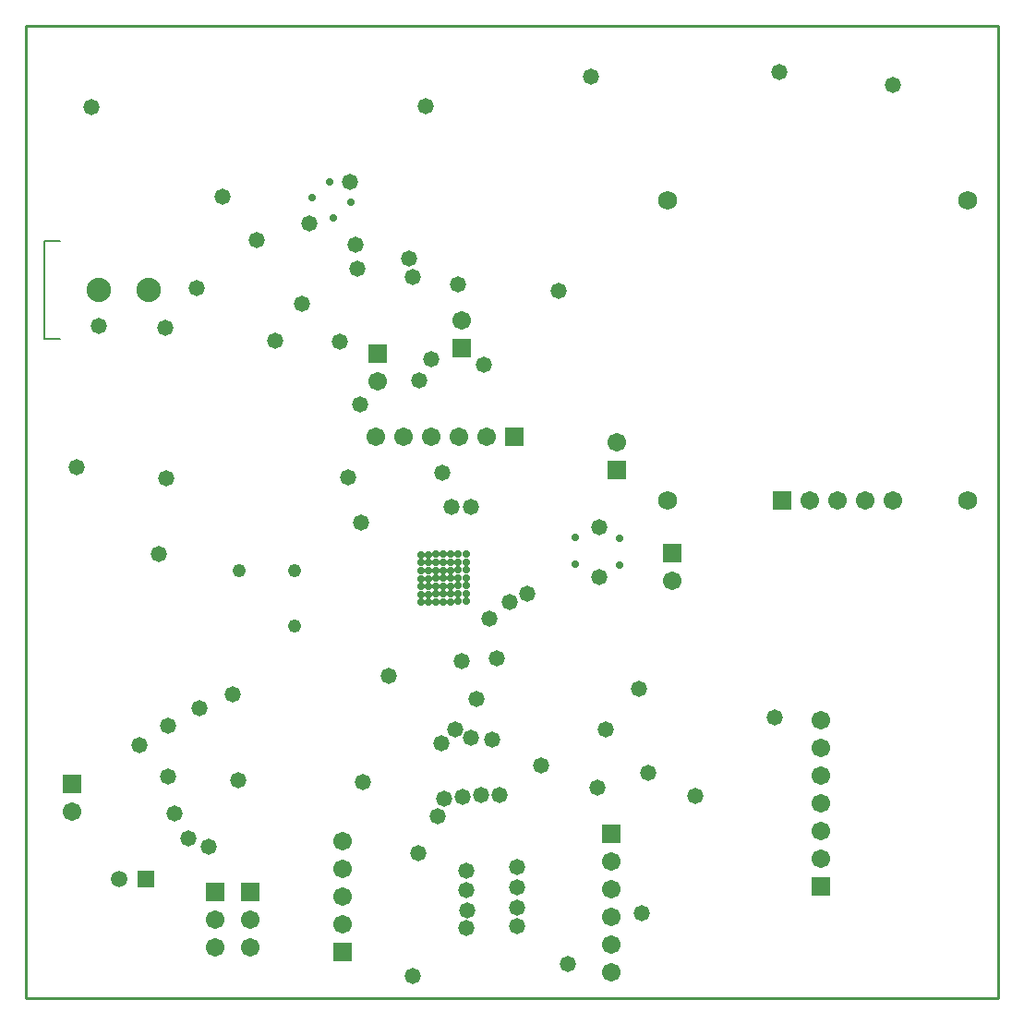
<source format=gbs>
G04 Layer_Color=16711935*
%FSLAX25Y25*%
%MOIN*%
G70*
G01*
G75*
%ADD44C,0.01000*%
%ADD47C,0.00800*%
%ADD97C,0.08800*%
%ADD98C,0.06706*%
%ADD99R,0.06706X0.06706*%
%ADD100C,0.06800*%
%ADD101C,0.05950*%
%ADD102R,0.05950X0.05950*%
%ADD103C,0.04800*%
%ADD104R,0.06706X0.06706*%
%ADD105C,0.02800*%
%ADD106C,0.05800*%
D44*
X450500Y400D02*
Y351500D01*
X99500Y400D02*
X450500D01*
X99500Y351500D02*
X450500D01*
X99500Y400D02*
Y351500D01*
D47*
X106115Y238283D02*
X112020D01*
X106115Y273717D02*
X112020D01*
X106115Y238283D02*
Y273717D01*
D97*
X143800Y256000D02*
D03*
X125800D02*
D03*
D98*
X386400Y60700D02*
D03*
Y50700D02*
D03*
Y70700D02*
D03*
Y80700D02*
D03*
Y90700D02*
D03*
Y100700D02*
D03*
X313000Y201200D02*
D03*
X257000Y245000D02*
D03*
X332776Y151181D02*
D03*
X310900Y9800D02*
D03*
Y19800D02*
D03*
Y29800D02*
D03*
Y39800D02*
D03*
Y49800D02*
D03*
X180600Y18700D02*
D03*
Y28700D02*
D03*
X167700Y18700D02*
D03*
Y28700D02*
D03*
X412400Y180020D02*
D03*
X402400D02*
D03*
X392400D02*
D03*
X382400D02*
D03*
X213900Y27000D02*
D03*
Y37000D02*
D03*
Y47000D02*
D03*
Y57000D02*
D03*
X226000Y203000D02*
D03*
X236000D02*
D03*
X246000D02*
D03*
X256000D02*
D03*
X266000D02*
D03*
X226500Y223000D02*
D03*
X116300Y67700D02*
D03*
D99*
X386400Y40700D02*
D03*
X313000Y191200D02*
D03*
X257000Y235000D02*
D03*
X332776Y161181D02*
D03*
X310900Y59800D02*
D03*
X180600Y38700D02*
D03*
X167700D02*
D03*
X213900Y17000D02*
D03*
X226500Y233000D02*
D03*
X116300Y77700D02*
D03*
D100*
X331299Y180020D02*
D03*
Y288287D02*
D03*
X439567D02*
D03*
Y180020D02*
D03*
D101*
X133057Y43500D02*
D03*
D102*
X142900D02*
D03*
D103*
X176600Y154900D02*
D03*
X196600D02*
D03*
Y134900D02*
D03*
D104*
X372400Y180020D02*
D03*
X276000Y203000D02*
D03*
D105*
X242300Y143400D02*
D03*
Y146200D02*
D03*
Y151900D02*
D03*
Y149100D02*
D03*
Y157700D02*
D03*
Y160500D02*
D03*
Y154800D02*
D03*
X244800Y143400D02*
D03*
Y146200D02*
D03*
Y151900D02*
D03*
Y149100D02*
D03*
Y157700D02*
D03*
Y160500D02*
D03*
Y154800D02*
D03*
X247400Y143500D02*
D03*
Y146300D02*
D03*
Y152000D02*
D03*
Y149200D02*
D03*
Y157800D02*
D03*
Y160600D02*
D03*
Y154900D02*
D03*
X250100Y143500D02*
D03*
Y146300D02*
D03*
Y152000D02*
D03*
Y149200D02*
D03*
Y157800D02*
D03*
Y160600D02*
D03*
Y154900D02*
D03*
X252700Y143500D02*
D03*
Y146300D02*
D03*
Y152000D02*
D03*
Y149200D02*
D03*
Y157800D02*
D03*
Y160600D02*
D03*
Y154900D02*
D03*
X255400Y143600D02*
D03*
Y146400D02*
D03*
Y152100D02*
D03*
Y149300D02*
D03*
Y157900D02*
D03*
Y160700D02*
D03*
Y155000D02*
D03*
X258400D02*
D03*
Y160700D02*
D03*
Y157900D02*
D03*
Y149300D02*
D03*
Y152100D02*
D03*
Y146400D02*
D03*
Y143600D02*
D03*
X203000Y289400D02*
D03*
X210400Y282000D02*
D03*
X216700Y287700D02*
D03*
X209100Y295000D02*
D03*
X313700Y156800D02*
D03*
X297800Y157000D02*
D03*
X313700Y166500D02*
D03*
X298000Y166600D02*
D03*
D106*
X147600Y160900D02*
D03*
X176300Y79000D02*
D03*
X260100Y177700D02*
D03*
X254500Y97400D02*
D03*
X241600Y223500D02*
D03*
X220100Y214600D02*
D03*
X320800Y112000D02*
D03*
X324300Y81800D02*
D03*
X341300Y73500D02*
D03*
X174200Y110100D02*
D03*
X239200Y260800D02*
D03*
X140600Y91800D02*
D03*
X306600Y152400D02*
D03*
Y170500D02*
D03*
X220400Y172100D02*
D03*
X158200Y58100D02*
D03*
X262300Y108400D02*
D03*
X308700Y97400D02*
D03*
X241100Y52600D02*
D03*
X165600Y55100D02*
D03*
X246000Y231000D02*
D03*
X149816Y242416D02*
D03*
X126000Y243000D02*
D03*
X123300Y322000D02*
D03*
X371400Y334800D02*
D03*
X303500Y333100D02*
D03*
X239300Y8500D02*
D03*
X295200Y12900D02*
D03*
X412500Y330000D02*
D03*
X265000Y229000D02*
D03*
X213000Y237500D02*
D03*
X218366Y272500D02*
D03*
X255500Y258000D02*
D03*
X238000Y267500D02*
D03*
X244000Y322500D02*
D03*
X257000Y122000D02*
D03*
X269500Y123000D02*
D03*
X267000Y137500D02*
D03*
X202000Y280000D02*
D03*
X151000Y80500D02*
D03*
X258700Y32200D02*
D03*
X258600Y39500D02*
D03*
Y46500D02*
D03*
Y25900D02*
D03*
X221298Y78498D02*
D03*
X230500Y116800D02*
D03*
X274200Y143300D02*
D03*
X280500Y146500D02*
D03*
X150900Y98800D02*
D03*
X162300Y105000D02*
D03*
X369700Y101600D02*
D03*
X305700Y76400D02*
D03*
X257200Y73100D02*
D03*
X260100Y94500D02*
D03*
X249600Y92500D02*
D03*
X250400Y72500D02*
D03*
X270400Y73800D02*
D03*
X264000Y73600D02*
D03*
X248100Y66100D02*
D03*
X285400Y84300D02*
D03*
X153200Y67200D02*
D03*
X291800Y255800D02*
D03*
X276800Y26500D02*
D03*
Y33100D02*
D03*
X277000Y40500D02*
D03*
Y47700D02*
D03*
X117951Y191949D02*
D03*
X150300Y188200D02*
D03*
X267700Y93600D02*
D03*
X183000Y274000D02*
D03*
X219200Y263800D02*
D03*
X322000Y31000D02*
D03*
X216500Y295000D02*
D03*
X170400Y289900D02*
D03*
X161200Y256800D02*
D03*
X250000Y190000D02*
D03*
X253300Y177650D02*
D03*
X199300Y251200D02*
D03*
X189500Y237900D02*
D03*
X215900Y188400D02*
D03*
M02*

</source>
